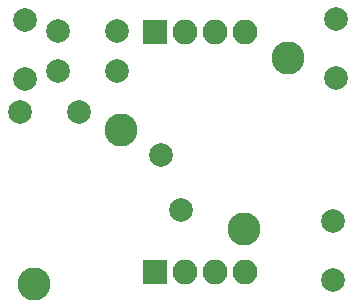
<source format=gbr>
G04 #@! TF.FileFunction,Soldermask,Top*
%FSLAX46Y46*%
G04 Gerber Fmt 4.6, Leading zero omitted, Abs format (unit mm)*
G04 Created by KiCad (PCBNEW 4.0.7) date 12/28/22 10:35:37*
%MOMM*%
%LPD*%
G01*
G04 APERTURE LIST*
%ADD10C,0.100000*%
%ADD11C,2.800000*%
%ADD12C,2.000000*%
%ADD13R,2.100000X2.100000*%
%ADD14O,2.100000X2.100000*%
G04 APERTURE END LIST*
D10*
D11*
X129720000Y-99739705D03*
X122337583Y-112786425D03*
D12*
X147940000Y-90330000D03*
X147940000Y-95330000D03*
X129400000Y-91360000D03*
X124400000Y-91360000D03*
X129420000Y-94720000D03*
X124420000Y-94720000D03*
X121580000Y-90450000D03*
X121580000Y-95450000D03*
X126200000Y-98180000D03*
X121200000Y-98180000D03*
X147701000Y-107442000D03*
X147701000Y-112442000D03*
D11*
X143868600Y-93639452D03*
X140114472Y-108152326D03*
D13*
X132588000Y-111760000D03*
D14*
X135128000Y-111760000D03*
X137668000Y-111760000D03*
X140208000Y-111760000D03*
D13*
X132588000Y-91440000D03*
D14*
X135128000Y-91440000D03*
X137668000Y-91440000D03*
X140208000Y-91440000D03*
D12*
X133096000Y-101854000D03*
X134806101Y-106552463D03*
M02*

</source>
